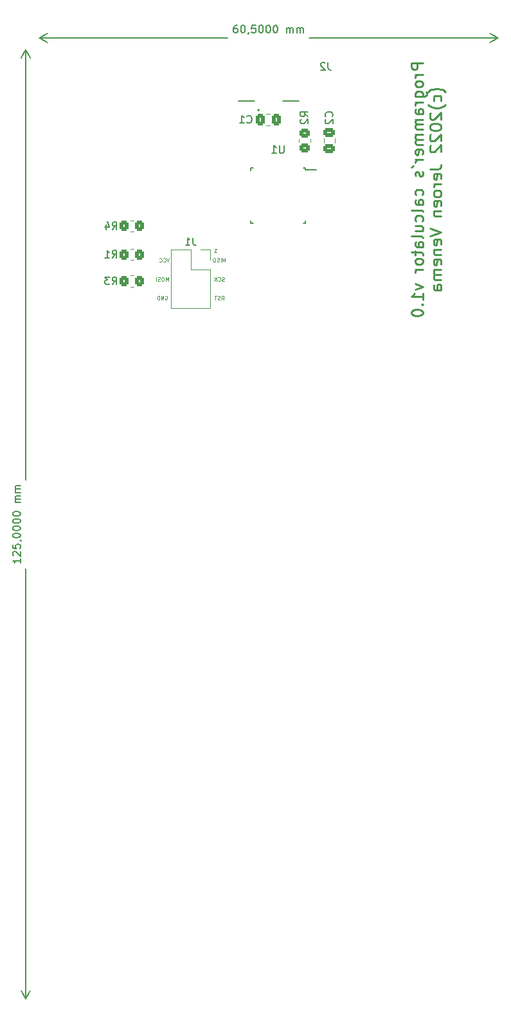
<source format=gbr>
G04 #@! TF.GenerationSoftware,KiCad,Pcbnew,6.0.0*
G04 #@! TF.CreationDate,2022-03-22T20:09:41+01:00*
G04 #@! TF.ProjectId,calculator,63616c63-756c-4617-946f-722e6b696361,rev?*
G04 #@! TF.SameCoordinates,Original*
G04 #@! TF.FileFunction,Legend,Bot*
G04 #@! TF.FilePolarity,Positive*
%FSLAX46Y46*%
G04 Gerber Fmt 4.6, Leading zero omitted, Abs format (unit mm)*
G04 Created by KiCad (PCBNEW 6.0.0) date 2022-03-22 20:09:41*
%MOMM*%
%LPD*%
G01*
G04 APERTURE LIST*
G04 Aperture macros list*
%AMRoundRect*
0 Rectangle with rounded corners*
0 $1 Rounding radius*
0 $2 $3 $4 $5 $6 $7 $8 $9 X,Y pos of 4 corners*
0 Add a 4 corners polygon primitive as box body*
4,1,4,$2,$3,$4,$5,$6,$7,$8,$9,$2,$3,0*
0 Add four circle primitives for the rounded corners*
1,1,$1+$1,$2,$3*
1,1,$1+$1,$4,$5*
1,1,$1+$1,$6,$7*
1,1,$1+$1,$8,$9*
0 Add four rect primitives between the rounded corners*
20,1,$1+$1,$2,$3,$4,$5,0*
20,1,$1+$1,$4,$5,$6,$7,0*
20,1,$1+$1,$6,$7,$8,$9,0*
20,1,$1+$1,$8,$9,$2,$3,0*%
G04 Aperture macros list end*
%ADD10C,0.150000*%
%ADD11C,0.125000*%
%ADD12C,0.250000*%
%ADD13C,0.120000*%
%ADD14C,0.127000*%
%ADD15C,0.200000*%
%ADD16C,2.000000*%
%ADD17C,3.000000*%
%ADD18O,2.500000X1.500000*%
%ADD19RoundRect,0.250000X-0.337500X-0.475000X0.337500X-0.475000X0.337500X0.475000X-0.337500X0.475000X0*%
%ADD20R,1.600000X0.550000*%
%ADD21R,0.550000X1.600000*%
%ADD22RoundRect,0.250000X-0.475000X0.337500X-0.475000X-0.337500X0.475000X-0.337500X0.475000X0.337500X0*%
%ADD23RoundRect,0.250000X0.350000X0.450000X-0.350000X0.450000X-0.350000X-0.450000X0.350000X-0.450000X0*%
%ADD24R,0.450000X1.100000*%
%ADD25O,1.200000X2.400000*%
%ADD26RoundRect,0.250000X-0.450000X0.350000X-0.450000X-0.350000X0.450000X-0.350000X0.450000X0.350000X0*%
%ADD27R,1.700000X1.700000*%
%ADD28O,1.700000X1.700000*%
G04 APERTURE END LIST*
D10*
X130607142Y-37802380D02*
X130416666Y-37802380D01*
X130321428Y-37850000D01*
X130273809Y-37897619D01*
X130178571Y-38040476D01*
X130130952Y-38230952D01*
X130130952Y-38611904D01*
X130178571Y-38707142D01*
X130226190Y-38754761D01*
X130321428Y-38802380D01*
X130511904Y-38802380D01*
X130607142Y-38754761D01*
X130654761Y-38707142D01*
X130702380Y-38611904D01*
X130702380Y-38373809D01*
X130654761Y-38278571D01*
X130607142Y-38230952D01*
X130511904Y-38183333D01*
X130321428Y-38183333D01*
X130226190Y-38230952D01*
X130178571Y-38278571D01*
X130130952Y-38373809D01*
X131321428Y-37802380D02*
X131416666Y-37802380D01*
X131511904Y-37850000D01*
X131559523Y-37897619D01*
X131607142Y-37992857D01*
X131654761Y-38183333D01*
X131654761Y-38421428D01*
X131607142Y-38611904D01*
X131559523Y-38707142D01*
X131511904Y-38754761D01*
X131416666Y-38802380D01*
X131321428Y-38802380D01*
X131226190Y-38754761D01*
X131178571Y-38707142D01*
X131130952Y-38611904D01*
X131083333Y-38421428D01*
X131083333Y-38183333D01*
X131130952Y-37992857D01*
X131178571Y-37897619D01*
X131226190Y-37850000D01*
X131321428Y-37802380D01*
X132130952Y-38754761D02*
X132130952Y-38802380D01*
X132083333Y-38897619D01*
X132035714Y-38945238D01*
X133035714Y-37802380D02*
X132559523Y-37802380D01*
X132511904Y-38278571D01*
X132559523Y-38230952D01*
X132654761Y-38183333D01*
X132892857Y-38183333D01*
X132988095Y-38230952D01*
X133035714Y-38278571D01*
X133083333Y-38373809D01*
X133083333Y-38611904D01*
X133035714Y-38707142D01*
X132988095Y-38754761D01*
X132892857Y-38802380D01*
X132654761Y-38802380D01*
X132559523Y-38754761D01*
X132511904Y-38707142D01*
X133702380Y-37802380D02*
X133797619Y-37802380D01*
X133892857Y-37850000D01*
X133940476Y-37897619D01*
X133988095Y-37992857D01*
X134035714Y-38183333D01*
X134035714Y-38421428D01*
X133988095Y-38611904D01*
X133940476Y-38707142D01*
X133892857Y-38754761D01*
X133797619Y-38802380D01*
X133702380Y-38802380D01*
X133607142Y-38754761D01*
X133559523Y-38707142D01*
X133511904Y-38611904D01*
X133464285Y-38421428D01*
X133464285Y-38183333D01*
X133511904Y-37992857D01*
X133559523Y-37897619D01*
X133607142Y-37850000D01*
X133702380Y-37802380D01*
X134654761Y-37802380D02*
X134750000Y-37802380D01*
X134845238Y-37850000D01*
X134892857Y-37897619D01*
X134940476Y-37992857D01*
X134988095Y-38183333D01*
X134988095Y-38421428D01*
X134940476Y-38611904D01*
X134892857Y-38707142D01*
X134845238Y-38754761D01*
X134750000Y-38802380D01*
X134654761Y-38802380D01*
X134559523Y-38754761D01*
X134511904Y-38707142D01*
X134464285Y-38611904D01*
X134416666Y-38421428D01*
X134416666Y-38183333D01*
X134464285Y-37992857D01*
X134511904Y-37897619D01*
X134559523Y-37850000D01*
X134654761Y-37802380D01*
X135607142Y-37802380D02*
X135702380Y-37802380D01*
X135797619Y-37850000D01*
X135845238Y-37897619D01*
X135892857Y-37992857D01*
X135940476Y-38183333D01*
X135940476Y-38421428D01*
X135892857Y-38611904D01*
X135845238Y-38707142D01*
X135797619Y-38754761D01*
X135702380Y-38802380D01*
X135607142Y-38802380D01*
X135511904Y-38754761D01*
X135464285Y-38707142D01*
X135416666Y-38611904D01*
X135369047Y-38421428D01*
X135369047Y-38183333D01*
X135416666Y-37992857D01*
X135464285Y-37897619D01*
X135511904Y-37850000D01*
X135607142Y-37802380D01*
X137130952Y-38802380D02*
X137130952Y-38135714D01*
X137130952Y-38230952D02*
X137178571Y-38183333D01*
X137273809Y-38135714D01*
X137416666Y-38135714D01*
X137511904Y-38183333D01*
X137559523Y-38278571D01*
X137559523Y-38802380D01*
X137559523Y-38278571D02*
X137607142Y-38183333D01*
X137702380Y-38135714D01*
X137845238Y-38135714D01*
X137940476Y-38183333D01*
X137988095Y-38278571D01*
X137988095Y-38802380D01*
X138464285Y-38802380D02*
X138464285Y-38135714D01*
X138464285Y-38230952D02*
X138511904Y-38183333D01*
X138607142Y-38135714D01*
X138750000Y-38135714D01*
X138845238Y-38183333D01*
X138892857Y-38278571D01*
X138892857Y-38802380D01*
X138892857Y-38278571D02*
X138940476Y-38183333D01*
X139035714Y-38135714D01*
X139178571Y-38135714D01*
X139273809Y-38183333D01*
X139321428Y-38278571D01*
X139321428Y-38802380D01*
X104500000Y-39500000D02*
X104500000Y-39500000D01*
X165000000Y-39500000D02*
X165000000Y-39500000D01*
X104500000Y-39500000D02*
X129365476Y-39500000D01*
X140134524Y-39500000D02*
X165000000Y-39500000D01*
X104500000Y-39500000D02*
X105626504Y-40086421D01*
X104500000Y-39500000D02*
X105626504Y-38913579D01*
X165000000Y-39500000D02*
X163873496Y-38913579D01*
X165000000Y-39500000D02*
X163873496Y-40086421D01*
X102052380Y-108023809D02*
X102052380Y-108595238D01*
X102052380Y-108309523D02*
X101052380Y-108309523D01*
X101195238Y-108404761D01*
X101290476Y-108500000D01*
X101338095Y-108595238D01*
X101147619Y-107642857D02*
X101100000Y-107595238D01*
X101052380Y-107500000D01*
X101052380Y-107261904D01*
X101100000Y-107166666D01*
X101147619Y-107119047D01*
X101242857Y-107071428D01*
X101338095Y-107071428D01*
X101480952Y-107119047D01*
X102052380Y-107690476D01*
X102052380Y-107071428D01*
X101052380Y-106166666D02*
X101052380Y-106642857D01*
X101528571Y-106690476D01*
X101480952Y-106642857D01*
X101433333Y-106547619D01*
X101433333Y-106309523D01*
X101480952Y-106214285D01*
X101528571Y-106166666D01*
X101623809Y-106119047D01*
X101861904Y-106119047D01*
X101957142Y-106166666D01*
X102004761Y-106214285D01*
X102052380Y-106309523D01*
X102052380Y-106547619D01*
X102004761Y-106642857D01*
X101957142Y-106690476D01*
X102004761Y-105642857D02*
X102052380Y-105642857D01*
X102147619Y-105690476D01*
X102195238Y-105738095D01*
X101052380Y-105023809D02*
X101052380Y-104928571D01*
X101100000Y-104833333D01*
X101147619Y-104785714D01*
X101242857Y-104738095D01*
X101433333Y-104690476D01*
X101671428Y-104690476D01*
X101861904Y-104738095D01*
X101957142Y-104785714D01*
X102004761Y-104833333D01*
X102052380Y-104928571D01*
X102052380Y-105023809D01*
X102004761Y-105119047D01*
X101957142Y-105166666D01*
X101861904Y-105214285D01*
X101671428Y-105261904D01*
X101433333Y-105261904D01*
X101242857Y-105214285D01*
X101147619Y-105166666D01*
X101100000Y-105119047D01*
X101052380Y-105023809D01*
X101052380Y-104071428D02*
X101052380Y-103976190D01*
X101100000Y-103880952D01*
X101147619Y-103833333D01*
X101242857Y-103785714D01*
X101433333Y-103738095D01*
X101671428Y-103738095D01*
X101861904Y-103785714D01*
X101957142Y-103833333D01*
X102004761Y-103880952D01*
X102052380Y-103976190D01*
X102052380Y-104071428D01*
X102004761Y-104166666D01*
X101957142Y-104214285D01*
X101861904Y-104261904D01*
X101671428Y-104309523D01*
X101433333Y-104309523D01*
X101242857Y-104261904D01*
X101147619Y-104214285D01*
X101100000Y-104166666D01*
X101052380Y-104071428D01*
X101052380Y-103119047D02*
X101052380Y-103023809D01*
X101100000Y-102928571D01*
X101147619Y-102880952D01*
X101242857Y-102833333D01*
X101433333Y-102785714D01*
X101671428Y-102785714D01*
X101861904Y-102833333D01*
X101957142Y-102880952D01*
X102004761Y-102928571D01*
X102052380Y-103023809D01*
X102052380Y-103119047D01*
X102004761Y-103214285D01*
X101957142Y-103261904D01*
X101861904Y-103309523D01*
X101671428Y-103357142D01*
X101433333Y-103357142D01*
X101242857Y-103309523D01*
X101147619Y-103261904D01*
X101100000Y-103214285D01*
X101052380Y-103119047D01*
X101052380Y-102166666D02*
X101052380Y-102071428D01*
X101100000Y-101976190D01*
X101147619Y-101928571D01*
X101242857Y-101880952D01*
X101433333Y-101833333D01*
X101671428Y-101833333D01*
X101861904Y-101880952D01*
X101957142Y-101928571D01*
X102004761Y-101976190D01*
X102052380Y-102071428D01*
X102052380Y-102166666D01*
X102004761Y-102261904D01*
X101957142Y-102309523D01*
X101861904Y-102357142D01*
X101671428Y-102404761D01*
X101433333Y-102404761D01*
X101242857Y-102357142D01*
X101147619Y-102309523D01*
X101100000Y-102261904D01*
X101052380Y-102166666D01*
X102052380Y-100642857D02*
X101385714Y-100642857D01*
X101480952Y-100642857D02*
X101433333Y-100595238D01*
X101385714Y-100500000D01*
X101385714Y-100357142D01*
X101433333Y-100261904D01*
X101528571Y-100214285D01*
X102052380Y-100214285D01*
X101528571Y-100214285D02*
X101433333Y-100166666D01*
X101385714Y-100071428D01*
X101385714Y-99928571D01*
X101433333Y-99833333D01*
X101528571Y-99785714D01*
X102052380Y-99785714D01*
X102052380Y-99309523D02*
X101385714Y-99309523D01*
X101480952Y-99309523D02*
X101433333Y-99261904D01*
X101385714Y-99166666D01*
X101385714Y-99023809D01*
X101433333Y-98928571D01*
X101528571Y-98880952D01*
X102052380Y-98880952D01*
X101528571Y-98880952D02*
X101433333Y-98833333D01*
X101385714Y-98738095D01*
X101385714Y-98595238D01*
X101433333Y-98500000D01*
X101528571Y-98452380D01*
X102052380Y-98452380D01*
X102750000Y-41000000D02*
X102750000Y-41000000D01*
X102750000Y-166000000D02*
X102750000Y-166000000D01*
X102750000Y-41000000D02*
X102750000Y-97639285D01*
X102750000Y-109360714D02*
X102750000Y-166000000D01*
X102750000Y-41000000D02*
X102163579Y-42126504D01*
X102750000Y-41000000D02*
X103336421Y-42126504D01*
X102750000Y-166000000D02*
X103336421Y-164873496D01*
X102750000Y-166000000D02*
X102163579Y-164873496D01*
D11*
X128523809Y-73976190D02*
X128690476Y-73738095D01*
X128809523Y-73976190D02*
X128809523Y-73476190D01*
X128619047Y-73476190D01*
X128571428Y-73500000D01*
X128547619Y-73523809D01*
X128523809Y-73571428D01*
X128523809Y-73642857D01*
X128547619Y-73690476D01*
X128571428Y-73714285D01*
X128619047Y-73738095D01*
X128809523Y-73738095D01*
X128333333Y-73952380D02*
X128261904Y-73976190D01*
X128142857Y-73976190D01*
X128095238Y-73952380D01*
X128071428Y-73928571D01*
X128047619Y-73880952D01*
X128047619Y-73833333D01*
X128071428Y-73785714D01*
X128095238Y-73761904D01*
X128142857Y-73738095D01*
X128238095Y-73714285D01*
X128285714Y-73690476D01*
X128309523Y-73666666D01*
X128333333Y-73619047D01*
X128333333Y-73571428D01*
X128309523Y-73523809D01*
X128285714Y-73500000D01*
X128238095Y-73476190D01*
X128119047Y-73476190D01*
X128047619Y-73500000D01*
X127904761Y-73476190D02*
X127619047Y-73476190D01*
X127761904Y-73976190D02*
X127761904Y-73476190D01*
X128892857Y-71452380D02*
X128821428Y-71476190D01*
X128702380Y-71476190D01*
X128654761Y-71452380D01*
X128630952Y-71428571D01*
X128607142Y-71380952D01*
X128607142Y-71333333D01*
X128630952Y-71285714D01*
X128654761Y-71261904D01*
X128702380Y-71238095D01*
X128797619Y-71214285D01*
X128845238Y-71190476D01*
X128869047Y-71166666D01*
X128892857Y-71119047D01*
X128892857Y-71071428D01*
X128869047Y-71023809D01*
X128845238Y-71000000D01*
X128797619Y-70976190D01*
X128678571Y-70976190D01*
X128607142Y-71000000D01*
X128107142Y-71428571D02*
X128130952Y-71452380D01*
X128202380Y-71476190D01*
X128250000Y-71476190D01*
X128321428Y-71452380D01*
X128369047Y-71404761D01*
X128392857Y-71357142D01*
X128416666Y-71261904D01*
X128416666Y-71190476D01*
X128392857Y-71095238D01*
X128369047Y-71047619D01*
X128321428Y-71000000D01*
X128250000Y-70976190D01*
X128202380Y-70976190D01*
X128130952Y-71000000D01*
X128107142Y-71023809D01*
X127892857Y-71476190D02*
X127892857Y-70976190D01*
X127607142Y-71476190D02*
X127821428Y-71190476D01*
X127607142Y-70976190D02*
X127892857Y-71261904D01*
D12*
X155071071Y-42792857D02*
X153571071Y-42792857D01*
X153571071Y-43364285D01*
X153642500Y-43507142D01*
X153713928Y-43578571D01*
X153856785Y-43650000D01*
X154071071Y-43650000D01*
X154213928Y-43578571D01*
X154285357Y-43507142D01*
X154356785Y-43364285D01*
X154356785Y-42792857D01*
X155071071Y-44292857D02*
X154071071Y-44292857D01*
X154356785Y-44292857D02*
X154213928Y-44364285D01*
X154142500Y-44435714D01*
X154071071Y-44578571D01*
X154071071Y-44721428D01*
X155071071Y-45435714D02*
X154999642Y-45292857D01*
X154928214Y-45221428D01*
X154785357Y-45150000D01*
X154356785Y-45150000D01*
X154213928Y-45221428D01*
X154142500Y-45292857D01*
X154071071Y-45435714D01*
X154071071Y-45650000D01*
X154142500Y-45792857D01*
X154213928Y-45864285D01*
X154356785Y-45935714D01*
X154785357Y-45935714D01*
X154928214Y-45864285D01*
X154999642Y-45792857D01*
X155071071Y-45650000D01*
X155071071Y-45435714D01*
X154071071Y-47221428D02*
X155285357Y-47221428D01*
X155428214Y-47150000D01*
X155499642Y-47078571D01*
X155571071Y-46935714D01*
X155571071Y-46721428D01*
X155499642Y-46578571D01*
X154999642Y-47221428D02*
X155071071Y-47078571D01*
X155071071Y-46792857D01*
X154999642Y-46650000D01*
X154928214Y-46578571D01*
X154785357Y-46507142D01*
X154356785Y-46507142D01*
X154213928Y-46578571D01*
X154142500Y-46650000D01*
X154071071Y-46792857D01*
X154071071Y-47078571D01*
X154142500Y-47221428D01*
X155071071Y-47935714D02*
X154071071Y-47935714D01*
X154356785Y-47935714D02*
X154213928Y-48007142D01*
X154142500Y-48078571D01*
X154071071Y-48221428D01*
X154071071Y-48364285D01*
X155071071Y-49507142D02*
X154285357Y-49507142D01*
X154142500Y-49435714D01*
X154071071Y-49292857D01*
X154071071Y-49007142D01*
X154142500Y-48864285D01*
X154999642Y-49507142D02*
X155071071Y-49364285D01*
X155071071Y-49007142D01*
X154999642Y-48864285D01*
X154856785Y-48792857D01*
X154713928Y-48792857D01*
X154571071Y-48864285D01*
X154499642Y-49007142D01*
X154499642Y-49364285D01*
X154428214Y-49507142D01*
X155071071Y-50221428D02*
X154071071Y-50221428D01*
X154213928Y-50221428D02*
X154142500Y-50292857D01*
X154071071Y-50435714D01*
X154071071Y-50650000D01*
X154142500Y-50792857D01*
X154285357Y-50864285D01*
X155071071Y-50864285D01*
X154285357Y-50864285D02*
X154142500Y-50935714D01*
X154071071Y-51078571D01*
X154071071Y-51292857D01*
X154142500Y-51435714D01*
X154285357Y-51507142D01*
X155071071Y-51507142D01*
X155071071Y-52221428D02*
X154071071Y-52221428D01*
X154213928Y-52221428D02*
X154142500Y-52292857D01*
X154071071Y-52435714D01*
X154071071Y-52650000D01*
X154142500Y-52792857D01*
X154285357Y-52864285D01*
X155071071Y-52864285D01*
X154285357Y-52864285D02*
X154142500Y-52935714D01*
X154071071Y-53078571D01*
X154071071Y-53292857D01*
X154142500Y-53435714D01*
X154285357Y-53507142D01*
X155071071Y-53507142D01*
X154999642Y-54792857D02*
X155071071Y-54650000D01*
X155071071Y-54364285D01*
X154999642Y-54221428D01*
X154856785Y-54150000D01*
X154285357Y-54150000D01*
X154142500Y-54221428D01*
X154071071Y-54364285D01*
X154071071Y-54650000D01*
X154142500Y-54792857D01*
X154285357Y-54864285D01*
X154428214Y-54864285D01*
X154571071Y-54150000D01*
X155071071Y-55507142D02*
X154071071Y-55507142D01*
X154356785Y-55507142D02*
X154213928Y-55578571D01*
X154142500Y-55650000D01*
X154071071Y-55792857D01*
X154071071Y-55935714D01*
X153571071Y-56507142D02*
X153856785Y-56364285D01*
X154999642Y-57078571D02*
X155071071Y-57221428D01*
X155071071Y-57507142D01*
X154999642Y-57650000D01*
X154856785Y-57721428D01*
X154785357Y-57721428D01*
X154642500Y-57650000D01*
X154571071Y-57507142D01*
X154571071Y-57292857D01*
X154499642Y-57150000D01*
X154356785Y-57078571D01*
X154285357Y-57078571D01*
X154142500Y-57150000D01*
X154071071Y-57292857D01*
X154071071Y-57507142D01*
X154142500Y-57650000D01*
X154999642Y-60150000D02*
X155071071Y-60007142D01*
X155071071Y-59721428D01*
X154999642Y-59578571D01*
X154928214Y-59507142D01*
X154785357Y-59435714D01*
X154356785Y-59435714D01*
X154213928Y-59507142D01*
X154142500Y-59578571D01*
X154071071Y-59721428D01*
X154071071Y-60007142D01*
X154142500Y-60150000D01*
X155071071Y-61435714D02*
X154285357Y-61435714D01*
X154142500Y-61364285D01*
X154071071Y-61221428D01*
X154071071Y-60935714D01*
X154142500Y-60792857D01*
X154999642Y-61435714D02*
X155071071Y-61292857D01*
X155071071Y-60935714D01*
X154999642Y-60792857D01*
X154856785Y-60721428D01*
X154713928Y-60721428D01*
X154571071Y-60792857D01*
X154499642Y-60935714D01*
X154499642Y-61292857D01*
X154428214Y-61435714D01*
X155071071Y-62364285D02*
X154999642Y-62221428D01*
X154856785Y-62150000D01*
X153571071Y-62150000D01*
X154999642Y-63578571D02*
X155071071Y-63435714D01*
X155071071Y-63150000D01*
X154999642Y-63007142D01*
X154928214Y-62935714D01*
X154785357Y-62864285D01*
X154356785Y-62864285D01*
X154213928Y-62935714D01*
X154142500Y-63007142D01*
X154071071Y-63150000D01*
X154071071Y-63435714D01*
X154142500Y-63578571D01*
X154071071Y-64864285D02*
X155071071Y-64864285D01*
X154071071Y-64221428D02*
X154856785Y-64221428D01*
X154999642Y-64292857D01*
X155071071Y-64435714D01*
X155071071Y-64650000D01*
X154999642Y-64792857D01*
X154928214Y-64864285D01*
X155071071Y-65792857D02*
X154999642Y-65650000D01*
X154856785Y-65578571D01*
X153571071Y-65578571D01*
X155071071Y-67007142D02*
X154285357Y-67007142D01*
X154142500Y-66935714D01*
X154071071Y-66792857D01*
X154071071Y-66507142D01*
X154142500Y-66364285D01*
X154999642Y-67007142D02*
X155071071Y-66864285D01*
X155071071Y-66507142D01*
X154999642Y-66364285D01*
X154856785Y-66292857D01*
X154713928Y-66292857D01*
X154571071Y-66364285D01*
X154499642Y-66507142D01*
X154499642Y-66864285D01*
X154428214Y-67007142D01*
X154071071Y-67507142D02*
X154071071Y-68078571D01*
X153571071Y-67721428D02*
X154856785Y-67721428D01*
X154999642Y-67792857D01*
X155071071Y-67935714D01*
X155071071Y-68078571D01*
X155071071Y-68792857D02*
X154999642Y-68650000D01*
X154928214Y-68578571D01*
X154785357Y-68507142D01*
X154356785Y-68507142D01*
X154213928Y-68578571D01*
X154142500Y-68650000D01*
X154071071Y-68792857D01*
X154071071Y-69007142D01*
X154142500Y-69150000D01*
X154213928Y-69221428D01*
X154356785Y-69292857D01*
X154785357Y-69292857D01*
X154928214Y-69221428D01*
X154999642Y-69150000D01*
X155071071Y-69007142D01*
X155071071Y-68792857D01*
X155071071Y-69935714D02*
X154071071Y-69935714D01*
X154356785Y-69935714D02*
X154213928Y-70007142D01*
X154142500Y-70078571D01*
X154071071Y-70221428D01*
X154071071Y-70364285D01*
X154071071Y-71864285D02*
X155071071Y-72221428D01*
X154071071Y-72578571D01*
X155071071Y-73935714D02*
X155071071Y-73078571D01*
X155071071Y-73507142D02*
X153571071Y-73507142D01*
X153785357Y-73364285D01*
X153928214Y-73221428D01*
X153999642Y-73078571D01*
X154928214Y-74578571D02*
X154999642Y-74650000D01*
X155071071Y-74578571D01*
X154999642Y-74507142D01*
X154928214Y-74578571D01*
X155071071Y-74578571D01*
X153571071Y-75578571D02*
X153571071Y-75721428D01*
X153642500Y-75864285D01*
X153713928Y-75935714D01*
X153856785Y-76007142D01*
X154142500Y-76078571D01*
X154499642Y-76078571D01*
X154785357Y-76007142D01*
X154928214Y-75935714D01*
X154999642Y-75864285D01*
X155071071Y-75721428D01*
X155071071Y-75578571D01*
X154999642Y-75435714D01*
X154928214Y-75364285D01*
X154785357Y-75292857D01*
X154499642Y-75221428D01*
X154142500Y-75221428D01*
X153856785Y-75292857D01*
X153713928Y-75364285D01*
X153642500Y-75435714D01*
X153571071Y-75578571D01*
X158057500Y-46578571D02*
X157986071Y-46507142D01*
X157771785Y-46364285D01*
X157628928Y-46292857D01*
X157414642Y-46221428D01*
X157057500Y-46150000D01*
X156771785Y-46150000D01*
X156414642Y-46221428D01*
X156200357Y-46292857D01*
X156057500Y-46364285D01*
X155843214Y-46507142D01*
X155771785Y-46578571D01*
X157414642Y-47792857D02*
X157486071Y-47650000D01*
X157486071Y-47364285D01*
X157414642Y-47221428D01*
X157343214Y-47150000D01*
X157200357Y-47078571D01*
X156771785Y-47078571D01*
X156628928Y-47150000D01*
X156557500Y-47221428D01*
X156486071Y-47364285D01*
X156486071Y-47650000D01*
X156557500Y-47792857D01*
X158057500Y-48292857D02*
X157986071Y-48364285D01*
X157771785Y-48507142D01*
X157628928Y-48578571D01*
X157414642Y-48650000D01*
X157057500Y-48721428D01*
X156771785Y-48721428D01*
X156414642Y-48650000D01*
X156200357Y-48578571D01*
X156057500Y-48507142D01*
X155843214Y-48364285D01*
X155771785Y-48292857D01*
X156128928Y-49364285D02*
X156057500Y-49435714D01*
X155986071Y-49578571D01*
X155986071Y-49935714D01*
X156057500Y-50078571D01*
X156128928Y-50150000D01*
X156271785Y-50221428D01*
X156414642Y-50221428D01*
X156628928Y-50150000D01*
X157486071Y-49292857D01*
X157486071Y-50221428D01*
X155986071Y-51150000D02*
X155986071Y-51292857D01*
X156057500Y-51435714D01*
X156128928Y-51507142D01*
X156271785Y-51578571D01*
X156557500Y-51650000D01*
X156914642Y-51650000D01*
X157200357Y-51578571D01*
X157343214Y-51507142D01*
X157414642Y-51435714D01*
X157486071Y-51292857D01*
X157486071Y-51150000D01*
X157414642Y-51007142D01*
X157343214Y-50935714D01*
X157200357Y-50864285D01*
X156914642Y-50792857D01*
X156557500Y-50792857D01*
X156271785Y-50864285D01*
X156128928Y-50935714D01*
X156057500Y-51007142D01*
X155986071Y-51150000D01*
X156128928Y-52221428D02*
X156057500Y-52292857D01*
X155986071Y-52435714D01*
X155986071Y-52792857D01*
X156057500Y-52935714D01*
X156128928Y-53007142D01*
X156271785Y-53078571D01*
X156414642Y-53078571D01*
X156628928Y-53007142D01*
X157486071Y-52150000D01*
X157486071Y-53078571D01*
X156128928Y-53650000D02*
X156057500Y-53721428D01*
X155986071Y-53864285D01*
X155986071Y-54221428D01*
X156057500Y-54364285D01*
X156128928Y-54435714D01*
X156271785Y-54507142D01*
X156414642Y-54507142D01*
X156628928Y-54435714D01*
X157486071Y-53578571D01*
X157486071Y-54507142D01*
X155986071Y-56721428D02*
X157057500Y-56721428D01*
X157271785Y-56650000D01*
X157414642Y-56507142D01*
X157486071Y-56292857D01*
X157486071Y-56150000D01*
X157414642Y-58007142D02*
X157486071Y-57864285D01*
X157486071Y-57578571D01*
X157414642Y-57435714D01*
X157271785Y-57364285D01*
X156700357Y-57364285D01*
X156557500Y-57435714D01*
X156486071Y-57578571D01*
X156486071Y-57864285D01*
X156557500Y-58007142D01*
X156700357Y-58078571D01*
X156843214Y-58078571D01*
X156986071Y-57364285D01*
X157486071Y-58721428D02*
X156486071Y-58721428D01*
X156771785Y-58721428D02*
X156628928Y-58792857D01*
X156557500Y-58864285D01*
X156486071Y-59007142D01*
X156486071Y-59150000D01*
X157486071Y-59864285D02*
X157414642Y-59721428D01*
X157343214Y-59650000D01*
X157200357Y-59578571D01*
X156771785Y-59578571D01*
X156628928Y-59650000D01*
X156557500Y-59721428D01*
X156486071Y-59864285D01*
X156486071Y-60078571D01*
X156557500Y-60221428D01*
X156628928Y-60292857D01*
X156771785Y-60364285D01*
X157200357Y-60364285D01*
X157343214Y-60292857D01*
X157414642Y-60221428D01*
X157486071Y-60078571D01*
X157486071Y-59864285D01*
X157414642Y-61578571D02*
X157486071Y-61435714D01*
X157486071Y-61150000D01*
X157414642Y-61007142D01*
X157271785Y-60935714D01*
X156700357Y-60935714D01*
X156557500Y-61007142D01*
X156486071Y-61150000D01*
X156486071Y-61435714D01*
X156557500Y-61578571D01*
X156700357Y-61650000D01*
X156843214Y-61650000D01*
X156986071Y-60935714D01*
X156486071Y-62292857D02*
X157486071Y-62292857D01*
X156628928Y-62292857D02*
X156557500Y-62364285D01*
X156486071Y-62507142D01*
X156486071Y-62721428D01*
X156557500Y-62864285D01*
X156700357Y-62935714D01*
X157486071Y-62935714D01*
X155986071Y-64578571D02*
X157486071Y-65078571D01*
X155986071Y-65578571D01*
X157414642Y-66650000D02*
X157486071Y-66507142D01*
X157486071Y-66221428D01*
X157414642Y-66078571D01*
X157271785Y-66007142D01*
X156700357Y-66007142D01*
X156557500Y-66078571D01*
X156486071Y-66221428D01*
X156486071Y-66507142D01*
X156557500Y-66650000D01*
X156700357Y-66721428D01*
X156843214Y-66721428D01*
X156986071Y-66007142D01*
X156486071Y-67364285D02*
X157486071Y-67364285D01*
X156628928Y-67364285D02*
X156557500Y-67435714D01*
X156486071Y-67578571D01*
X156486071Y-67792857D01*
X156557500Y-67935714D01*
X156700357Y-68007142D01*
X157486071Y-68007142D01*
X157414642Y-69292857D02*
X157486071Y-69150000D01*
X157486071Y-68864285D01*
X157414642Y-68721428D01*
X157271785Y-68650000D01*
X156700357Y-68650000D01*
X156557500Y-68721428D01*
X156486071Y-68864285D01*
X156486071Y-69150000D01*
X156557500Y-69292857D01*
X156700357Y-69364285D01*
X156843214Y-69364285D01*
X156986071Y-68650000D01*
X157486071Y-70007142D02*
X156486071Y-70007142D01*
X156628928Y-70007142D02*
X156557500Y-70078571D01*
X156486071Y-70221428D01*
X156486071Y-70435714D01*
X156557500Y-70578571D01*
X156700357Y-70650000D01*
X157486071Y-70650000D01*
X156700357Y-70650000D02*
X156557500Y-70721428D01*
X156486071Y-70864285D01*
X156486071Y-71078571D01*
X156557500Y-71221428D01*
X156700357Y-71292857D01*
X157486071Y-71292857D01*
X157486071Y-72650000D02*
X156700357Y-72650000D01*
X156557500Y-72578571D01*
X156486071Y-72435714D01*
X156486071Y-72150000D01*
X156557500Y-72007142D01*
X157414642Y-72650000D02*
X157486071Y-72507142D01*
X157486071Y-72150000D01*
X157414642Y-72007142D01*
X157271785Y-71935714D01*
X157128928Y-71935714D01*
X156986071Y-72007142D01*
X156914642Y-72150000D01*
X156914642Y-72507142D01*
X156843214Y-72650000D01*
D11*
X127607142Y-67726190D02*
X127892857Y-67726190D01*
X127750000Y-67726190D02*
X127750000Y-67226190D01*
X127797619Y-67297619D01*
X127845238Y-67345238D01*
X127892857Y-67369047D01*
X121535714Y-71476190D02*
X121535714Y-70976190D01*
X121369047Y-71333333D01*
X121202380Y-70976190D01*
X121202380Y-71476190D01*
X120869047Y-70976190D02*
X120773809Y-70976190D01*
X120726190Y-71000000D01*
X120678571Y-71047619D01*
X120654761Y-71142857D01*
X120654761Y-71309523D01*
X120678571Y-71404761D01*
X120726190Y-71452380D01*
X120773809Y-71476190D01*
X120869047Y-71476190D01*
X120916666Y-71452380D01*
X120964285Y-71404761D01*
X120988095Y-71309523D01*
X120988095Y-71142857D01*
X120964285Y-71047619D01*
X120916666Y-71000000D01*
X120869047Y-70976190D01*
X120464285Y-71452380D02*
X120392857Y-71476190D01*
X120273809Y-71476190D01*
X120226190Y-71452380D01*
X120202380Y-71428571D01*
X120178571Y-71380952D01*
X120178571Y-71333333D01*
X120202380Y-71285714D01*
X120226190Y-71261904D01*
X120273809Y-71238095D01*
X120369047Y-71214285D01*
X120416666Y-71190476D01*
X120440476Y-71166666D01*
X120464285Y-71119047D01*
X120464285Y-71071428D01*
X120440476Y-71023809D01*
X120416666Y-71000000D01*
X120369047Y-70976190D01*
X120250000Y-70976190D01*
X120178571Y-71000000D01*
X119964285Y-71476190D02*
X119964285Y-70976190D01*
X129035714Y-68976190D02*
X129035714Y-68476190D01*
X128869047Y-68833333D01*
X128702380Y-68476190D01*
X128702380Y-68976190D01*
X128464285Y-68976190D02*
X128464285Y-68476190D01*
X128250000Y-68952380D02*
X128178571Y-68976190D01*
X128059523Y-68976190D01*
X128011904Y-68952380D01*
X127988095Y-68928571D01*
X127964285Y-68880952D01*
X127964285Y-68833333D01*
X127988095Y-68785714D01*
X128011904Y-68761904D01*
X128059523Y-68738095D01*
X128154761Y-68714285D01*
X128202380Y-68690476D01*
X128226190Y-68666666D01*
X128250000Y-68619047D01*
X128250000Y-68571428D01*
X128226190Y-68523809D01*
X128202380Y-68500000D01*
X128154761Y-68476190D01*
X128035714Y-68476190D01*
X127964285Y-68500000D01*
X127654761Y-68476190D02*
X127559523Y-68476190D01*
X127511904Y-68500000D01*
X127464285Y-68547619D01*
X127440476Y-68642857D01*
X127440476Y-68809523D01*
X127464285Y-68904761D01*
X127511904Y-68952380D01*
X127559523Y-68976190D01*
X127654761Y-68976190D01*
X127702380Y-68952380D01*
X127750000Y-68904761D01*
X127773809Y-68809523D01*
X127773809Y-68642857D01*
X127750000Y-68547619D01*
X127702380Y-68500000D01*
X127654761Y-68476190D01*
X121130952Y-73500000D02*
X121178571Y-73476190D01*
X121250000Y-73476190D01*
X121321428Y-73500000D01*
X121369047Y-73547619D01*
X121392857Y-73595238D01*
X121416666Y-73690476D01*
X121416666Y-73761904D01*
X121392857Y-73857142D01*
X121369047Y-73904761D01*
X121321428Y-73952380D01*
X121250000Y-73976190D01*
X121202380Y-73976190D01*
X121130952Y-73952380D01*
X121107142Y-73928571D01*
X121107142Y-73761904D01*
X121202380Y-73761904D01*
X120892857Y-73976190D02*
X120892857Y-73476190D01*
X120607142Y-73976190D01*
X120607142Y-73476190D01*
X120369047Y-73976190D02*
X120369047Y-73476190D01*
X120250000Y-73476190D01*
X120178571Y-73500000D01*
X120130952Y-73547619D01*
X120107142Y-73595238D01*
X120083333Y-73690476D01*
X120083333Y-73761904D01*
X120107142Y-73857142D01*
X120130952Y-73904761D01*
X120178571Y-73952380D01*
X120250000Y-73976190D01*
X120369047Y-73976190D01*
X121666666Y-68476190D02*
X121500000Y-68976190D01*
X121333333Y-68476190D01*
X120880952Y-68928571D02*
X120904761Y-68952380D01*
X120976190Y-68976190D01*
X121023809Y-68976190D01*
X121095238Y-68952380D01*
X121142857Y-68904761D01*
X121166666Y-68857142D01*
X121190476Y-68761904D01*
X121190476Y-68690476D01*
X121166666Y-68595238D01*
X121142857Y-68547619D01*
X121095238Y-68500000D01*
X121023809Y-68476190D01*
X120976190Y-68476190D01*
X120904761Y-68500000D01*
X120880952Y-68523809D01*
X120380952Y-68928571D02*
X120404761Y-68952380D01*
X120476190Y-68976190D01*
X120523809Y-68976190D01*
X120595238Y-68952380D01*
X120642857Y-68904761D01*
X120666666Y-68857142D01*
X120690476Y-68761904D01*
X120690476Y-68690476D01*
X120666666Y-68595238D01*
X120642857Y-68547619D01*
X120595238Y-68500000D01*
X120523809Y-68476190D01*
X120476190Y-68476190D01*
X120404761Y-68500000D01*
X120380952Y-68523809D01*
D10*
X131916666Y-50607142D02*
X131964285Y-50654761D01*
X132107142Y-50702380D01*
X132202380Y-50702380D01*
X132345238Y-50654761D01*
X132440476Y-50559523D01*
X132488095Y-50464285D01*
X132535714Y-50273809D01*
X132535714Y-50130952D01*
X132488095Y-49940476D01*
X132440476Y-49845238D01*
X132345238Y-49750000D01*
X132202380Y-49702380D01*
X132107142Y-49702380D01*
X131964285Y-49750000D01*
X131916666Y-49797619D01*
X130964285Y-50702380D02*
X131535714Y-50702380D01*
X131250000Y-50702380D02*
X131250000Y-49702380D01*
X131345238Y-49845238D01*
X131440476Y-49940476D01*
X131535714Y-49988095D01*
X136761904Y-53652380D02*
X136761904Y-54461904D01*
X136714285Y-54557142D01*
X136666666Y-54604761D01*
X136571428Y-54652380D01*
X136380952Y-54652380D01*
X136285714Y-54604761D01*
X136238095Y-54557142D01*
X136190476Y-54461904D01*
X136190476Y-53652380D01*
X135190476Y-54652380D02*
X135761904Y-54652380D01*
X135476190Y-54652380D02*
X135476190Y-53652380D01*
X135571428Y-53795238D01*
X135666666Y-53890476D01*
X135761904Y-53938095D01*
X143107142Y-49833333D02*
X143154761Y-49785714D01*
X143202380Y-49642857D01*
X143202380Y-49547619D01*
X143154761Y-49404761D01*
X143059523Y-49309523D01*
X142964285Y-49261904D01*
X142773809Y-49214285D01*
X142630952Y-49214285D01*
X142440476Y-49261904D01*
X142345238Y-49309523D01*
X142250000Y-49404761D01*
X142202380Y-49547619D01*
X142202380Y-49642857D01*
X142250000Y-49785714D01*
X142297619Y-49833333D01*
X142297619Y-50214285D02*
X142250000Y-50261904D01*
X142202380Y-50357142D01*
X142202380Y-50595238D01*
X142250000Y-50690476D01*
X142297619Y-50738095D01*
X142392857Y-50785714D01*
X142488095Y-50785714D01*
X142630952Y-50738095D01*
X143202380Y-50166666D01*
X143202380Y-50785714D01*
X114166666Y-68452380D02*
X114500000Y-67976190D01*
X114738095Y-68452380D02*
X114738095Y-67452380D01*
X114357142Y-67452380D01*
X114261904Y-67500000D01*
X114214285Y-67547619D01*
X114166666Y-67642857D01*
X114166666Y-67785714D01*
X114214285Y-67880952D01*
X114261904Y-67928571D01*
X114357142Y-67976190D01*
X114738095Y-67976190D01*
X113214285Y-68452380D02*
X113785714Y-68452380D01*
X113500000Y-68452380D02*
X113500000Y-67452380D01*
X113595238Y-67595238D01*
X113690476Y-67690476D01*
X113785714Y-67738095D01*
X142583333Y-42702380D02*
X142583333Y-43416666D01*
X142630952Y-43559523D01*
X142726190Y-43654761D01*
X142869047Y-43702380D01*
X142964285Y-43702380D01*
X142154761Y-42797619D02*
X142107142Y-42750000D01*
X142011904Y-42702380D01*
X141773809Y-42702380D01*
X141678571Y-42750000D01*
X141630952Y-42797619D01*
X141583333Y-42892857D01*
X141583333Y-42988095D01*
X141630952Y-43130952D01*
X142202380Y-43702380D01*
X141583333Y-43702380D01*
X139952380Y-49833333D02*
X139476190Y-49500000D01*
X139952380Y-49261904D02*
X138952380Y-49261904D01*
X138952380Y-49642857D01*
X139000000Y-49738095D01*
X139047619Y-49785714D01*
X139142857Y-49833333D01*
X139285714Y-49833333D01*
X139380952Y-49785714D01*
X139428571Y-49738095D01*
X139476190Y-49642857D01*
X139476190Y-49261904D01*
X139047619Y-50214285D02*
X139000000Y-50261904D01*
X138952380Y-50357142D01*
X138952380Y-50595238D01*
X139000000Y-50690476D01*
X139047619Y-50738095D01*
X139142857Y-50785714D01*
X139238095Y-50785714D01*
X139380952Y-50738095D01*
X139952380Y-50166666D01*
X139952380Y-50785714D01*
X114166666Y-64702380D02*
X114500000Y-64226190D01*
X114738095Y-64702380D02*
X114738095Y-63702380D01*
X114357142Y-63702380D01*
X114261904Y-63750000D01*
X114214285Y-63797619D01*
X114166666Y-63892857D01*
X114166666Y-64035714D01*
X114214285Y-64130952D01*
X114261904Y-64178571D01*
X114357142Y-64226190D01*
X114738095Y-64226190D01*
X113309523Y-64035714D02*
X113309523Y-64702380D01*
X113547619Y-63654761D02*
X113785714Y-64369047D01*
X113166666Y-64369047D01*
X124813333Y-65792380D02*
X124813333Y-66506666D01*
X124860952Y-66649523D01*
X124956190Y-66744761D01*
X125099047Y-66792380D01*
X125194285Y-66792380D01*
X123813333Y-66792380D02*
X124384761Y-66792380D01*
X124099047Y-66792380D02*
X124099047Y-65792380D01*
X124194285Y-65935238D01*
X124289523Y-66030476D01*
X124384761Y-66078095D01*
X114166666Y-71952380D02*
X114500000Y-71476190D01*
X114738095Y-71952380D02*
X114738095Y-70952380D01*
X114357142Y-70952380D01*
X114261904Y-71000000D01*
X114214285Y-71047619D01*
X114166666Y-71142857D01*
X114166666Y-71285714D01*
X114214285Y-71380952D01*
X114261904Y-71428571D01*
X114357142Y-71476190D01*
X114738095Y-71476190D01*
X113833333Y-70952380D02*
X113214285Y-70952380D01*
X113547619Y-71333333D01*
X113404761Y-71333333D01*
X113309523Y-71380952D01*
X113261904Y-71428571D01*
X113214285Y-71523809D01*
X113214285Y-71761904D01*
X113261904Y-71857142D01*
X113309523Y-71904761D01*
X113404761Y-71952380D01*
X113690476Y-71952380D01*
X113785714Y-71904761D01*
X113833333Y-71857142D01*
D13*
X134451248Y-49515000D02*
X134973752Y-49515000D01*
X134451248Y-50985000D02*
X134973752Y-50985000D01*
D10*
X132375000Y-63875000D02*
X132700000Y-63875000D01*
X139625000Y-63875000D02*
X139625000Y-63550000D01*
X132375000Y-56625000D02*
X132375000Y-56950000D01*
X139625000Y-63875000D02*
X139300000Y-63875000D01*
X139625000Y-56625000D02*
X139300000Y-56625000D01*
X132375000Y-56625000D02*
X132700000Y-56625000D01*
X132375000Y-63875000D02*
X132375000Y-63550000D01*
X139625000Y-56850000D02*
X141050000Y-56850000D01*
X139625000Y-56625000D02*
X139625000Y-56850000D01*
D13*
X142015000Y-52738748D02*
X142015000Y-53261252D01*
X143485000Y-52738748D02*
X143485000Y-53261252D01*
X116977064Y-67265000D02*
X116522936Y-67265000D01*
X116977064Y-68735000D02*
X116522936Y-68735000D01*
D14*
X136590000Y-47780000D02*
X138750000Y-47780000D01*
X130750000Y-47780000D02*
X132910000Y-47780000D01*
D15*
X133550000Y-49000000D02*
G75*
G03*
X133550000Y-49000000I-100000J0D01*
G01*
D13*
X138765000Y-52772936D02*
X138765000Y-53227064D01*
X140235000Y-52772936D02*
X140235000Y-53227064D01*
X116977064Y-63515000D02*
X116522936Y-63515000D01*
X116977064Y-64985000D02*
X116522936Y-64985000D01*
X127080000Y-68670000D02*
X127080000Y-67340000D01*
X124480000Y-69940000D02*
X124480000Y-67340000D01*
X127080000Y-67340000D02*
X125750000Y-67340000D01*
X127080000Y-75080000D02*
X121880000Y-75080000D01*
X127080000Y-69940000D02*
X124480000Y-69940000D01*
X121880000Y-67340000D02*
X121880000Y-75080000D01*
X127080000Y-69940000D02*
X127080000Y-75080000D01*
X124480000Y-67340000D02*
X121880000Y-67340000D01*
X116977064Y-72235000D02*
X116522936Y-72235000D01*
X116977064Y-70765000D02*
X116522936Y-70765000D01*
%LPC*%
D16*
X146000000Y-84750000D03*
X152500000Y-84750000D03*
X152500000Y-89250000D03*
X146000000Y-89250000D03*
X116750000Y-84750000D03*
X123250000Y-84750000D03*
X123250000Y-89250000D03*
X116750000Y-89250000D03*
X155750000Y-97250000D03*
X162250000Y-97250000D03*
X162250000Y-101750000D03*
X155750000Y-101750000D03*
X107000000Y-134500000D03*
X113500000Y-134500000D03*
X113500000Y-139000000D03*
X107000000Y-139000000D03*
X142750000Y-84750000D03*
X136250000Y-84750000D03*
X136250000Y-89250000D03*
X142750000Y-89250000D03*
X133000000Y-97250000D03*
X126500000Y-97250000D03*
X133000000Y-101750000D03*
X126500000Y-101750000D03*
X136250000Y-134500000D03*
X142750000Y-134500000D03*
X136250000Y-139000000D03*
X142750000Y-139000000D03*
X116750000Y-109750000D03*
X123250000Y-109750000D03*
X123250000Y-114250000D03*
X116750000Y-114250000D03*
X113500000Y-146750000D03*
X107000000Y-146750000D03*
X107000000Y-151250000D03*
X113500000Y-151250000D03*
X142750000Y-122250000D03*
X136250000Y-122250000D03*
X142750000Y-126750000D03*
X136250000Y-126750000D03*
X155750000Y-134500000D03*
X162250000Y-134500000D03*
X155750000Y-139000000D03*
X162250000Y-139000000D03*
X162250000Y-122250000D03*
X155750000Y-122250000D03*
X162250000Y-126750000D03*
X155750000Y-126750000D03*
X133000000Y-134500000D03*
X126500000Y-134500000D03*
X126500000Y-139000000D03*
X133000000Y-139000000D03*
X133000000Y-122250000D03*
X126500000Y-122250000D03*
X133000000Y-126750000D03*
X126500000Y-126750000D03*
X107000000Y-84750000D03*
X113500000Y-84750000D03*
X107000000Y-89250000D03*
X113500000Y-89250000D03*
X113500000Y-159250000D03*
X107000000Y-159250000D03*
X113500000Y-163750000D03*
X107000000Y-163750000D03*
X152500000Y-122250000D03*
X146000000Y-122250000D03*
X152500000Y-126750000D03*
X146000000Y-126750000D03*
X155750000Y-109750000D03*
X162250000Y-109750000D03*
X155750000Y-114250000D03*
X162250000Y-114250000D03*
X155750000Y-159250000D03*
X162250000Y-159250000D03*
X162250000Y-163750000D03*
X155750000Y-163750000D03*
X123250000Y-97250000D03*
X116750000Y-97250000D03*
X116750000Y-101750000D03*
X123250000Y-101750000D03*
X146000000Y-146750000D03*
X152500000Y-146750000D03*
X152500000Y-151250000D03*
X146000000Y-151250000D03*
X123250000Y-159250000D03*
X116750000Y-159250000D03*
X123250000Y-163750000D03*
X116750000Y-163750000D03*
X126500000Y-109750000D03*
X133000000Y-109750000D03*
X126500000Y-114250000D03*
X133000000Y-114250000D03*
X142750000Y-146750000D03*
X136250000Y-146750000D03*
X136250000Y-151250000D03*
X142750000Y-151250000D03*
X152500000Y-134500000D03*
X146000000Y-134500000D03*
X146000000Y-139000000D03*
X152500000Y-139000000D03*
X146000000Y-159250000D03*
X152500000Y-159250000D03*
X146000000Y-163750000D03*
X152500000Y-163750000D03*
X162250000Y-146750000D03*
X155750000Y-146750000D03*
X155750000Y-151250000D03*
X162250000Y-151250000D03*
X136250000Y-109750000D03*
X142750000Y-109750000D03*
X142750000Y-114250000D03*
X136250000Y-114250000D03*
X123250000Y-122250000D03*
X116750000Y-122250000D03*
X123250000Y-126750000D03*
X116750000Y-126750000D03*
X146000000Y-97250000D03*
X152500000Y-97250000D03*
X146000000Y-101750000D03*
X152500000Y-101750000D03*
X113500000Y-97250000D03*
X107000000Y-97250000D03*
X113500000Y-101750000D03*
X107000000Y-101750000D03*
X126500000Y-159250000D03*
X133000000Y-159250000D03*
X133000000Y-163750000D03*
X126500000Y-163750000D03*
X133000000Y-146750000D03*
X126500000Y-146750000D03*
X133000000Y-151250000D03*
X126500000Y-151250000D03*
X142750000Y-159250000D03*
X136250000Y-159250000D03*
X136250000Y-163750000D03*
X142750000Y-163750000D03*
X123250000Y-134500000D03*
X116750000Y-134500000D03*
X123250000Y-139000000D03*
X116750000Y-139000000D03*
X142750000Y-97250000D03*
X136250000Y-97250000D03*
X142750000Y-101750000D03*
X136250000Y-101750000D03*
X133000000Y-84750000D03*
X126500000Y-84750000D03*
X133000000Y-89250000D03*
X126500000Y-89250000D03*
X123250000Y-146750000D03*
X116750000Y-146750000D03*
X123250000Y-151250000D03*
X116750000Y-151250000D03*
X155750000Y-84750000D03*
X162250000Y-84750000D03*
X162250000Y-89250000D03*
X155750000Y-89250000D03*
X107000000Y-122250000D03*
X113500000Y-122250000D03*
X113500000Y-126750000D03*
X107000000Y-126750000D03*
X107000000Y-109750000D03*
X113500000Y-109750000D03*
X113500000Y-114250000D03*
X107000000Y-114250000D03*
X152500000Y-109750000D03*
X146000000Y-109750000D03*
X146000000Y-114250000D03*
X152500000Y-114250000D03*
D17*
X108145000Y-74285000D03*
X161145000Y-44285000D03*
X161145000Y-74285000D03*
X108145000Y-44285000D03*
D18*
X108145000Y-50395000D03*
X108145000Y-52935000D03*
X108145000Y-55475000D03*
X108145000Y-58015000D03*
X108145000Y-60555000D03*
X108145000Y-63095000D03*
X108145000Y-65635000D03*
X108145000Y-68175000D03*
D19*
X133675000Y-50250000D03*
X135750000Y-50250000D03*
D20*
X140250000Y-57450000D03*
X140250000Y-58250000D03*
X140250000Y-59050000D03*
X140250000Y-59850000D03*
X140250000Y-60650000D03*
X140250000Y-61450000D03*
X140250000Y-62250000D03*
X140250000Y-63050000D03*
D21*
X138800000Y-64500000D03*
X138000000Y-64500000D03*
X137200000Y-64500000D03*
X136400000Y-64500000D03*
X135600000Y-64500000D03*
X134800000Y-64500000D03*
X134000000Y-64500000D03*
X133200000Y-64500000D03*
D20*
X131750000Y-63050000D03*
X131750000Y-62250000D03*
X131750000Y-61450000D03*
X131750000Y-60650000D03*
X131750000Y-59850000D03*
X131750000Y-59050000D03*
X131750000Y-58250000D03*
X131750000Y-57450000D03*
D21*
X133200000Y-56000000D03*
X134000000Y-56000000D03*
X134800000Y-56000000D03*
X135600000Y-56000000D03*
X136400000Y-56000000D03*
X137200000Y-56000000D03*
X138000000Y-56000000D03*
X138800000Y-56000000D03*
D22*
X142750000Y-51962500D03*
X142750000Y-54037500D03*
D23*
X117750000Y-68000000D03*
X115750000Y-68000000D03*
D24*
X133450000Y-47750000D03*
X134100000Y-47750000D03*
X134750000Y-47750000D03*
X135400000Y-47750000D03*
X136050000Y-47750000D03*
D25*
X129800000Y-47230000D03*
X129800000Y-43230000D03*
X139700000Y-43230000D03*
X139700000Y-47230000D03*
D26*
X139500000Y-52000000D03*
X139500000Y-54000000D03*
D23*
X117750000Y-64250000D03*
X115750000Y-64250000D03*
D27*
X125750000Y-68670000D03*
D28*
X123210000Y-68670000D03*
X125750000Y-71210000D03*
X123210000Y-71210000D03*
X125750000Y-73750000D03*
X123210000Y-73750000D03*
D23*
X117750000Y-71500000D03*
X115750000Y-71500000D03*
M02*

</source>
